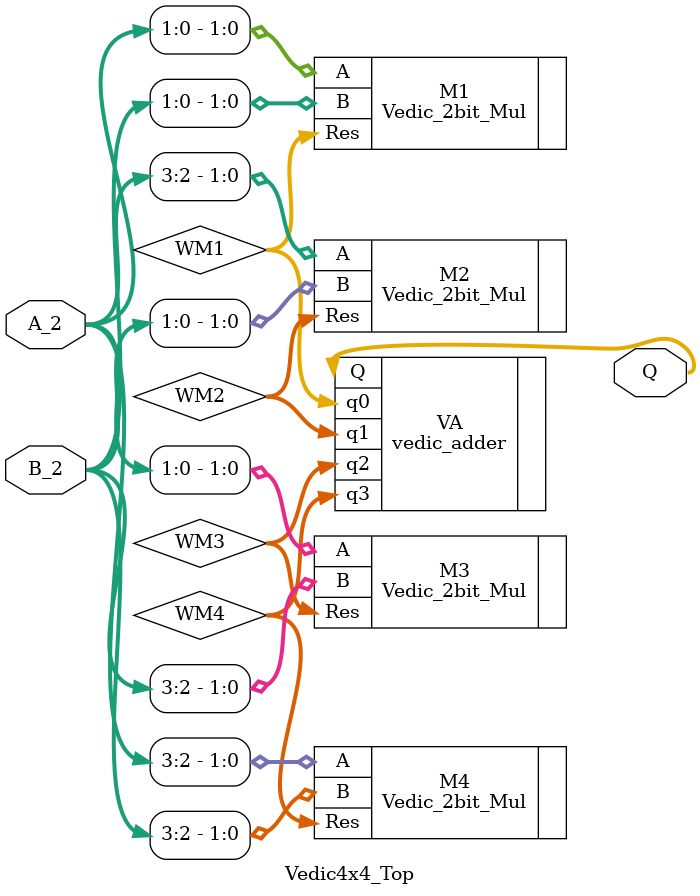
<source format=v>
module Vedic4x4_Top(
input         [3:0] A_2,
input         [3:0] B_2,
output        [7:0] Q

);

//internal signals(4output wires 2x2mul)

wire  [3:0]      WM1;
wire  [3:0]      WM2;
wire  [3:0]      WM3;
wire  [3:0]      WM4;


Vedic_2bit_Mul M1                  (.A(A_2[1:0]),.B(B_2[1:0]),.Res(WM1));

Vedic_2bit_Mul M2                  (.A(A_2[3:2]),.B(B_2[1:0]),.Res(WM2));

Vedic_2bit_Mul M3                  (.A(A_2[1:0]),.B(B_2[3:2]),.Res(WM3));

Vedic_2bit_Mul M4                  (.A(A_2[3:2]),.B(B_2[3:2]),.Res(WM4));

vedic_adder #(.MUL_Size(4))  VA     (.q0(WM1),.q1(WM2),.q2(WM3),.q3(WM4),.Q(Q));

endmodule
</source>
